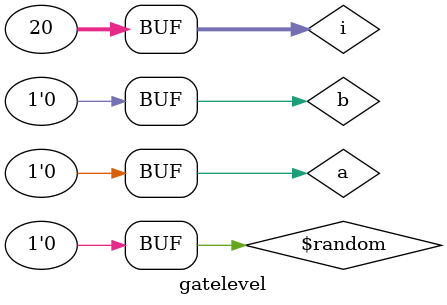
<source format=v>
module gatelevel();
    //input
    reg a;
    reg b;
    // output
    wire c;
    wire d;
    wire e;

    gates uut (
        .a_input(a),
        .b_input(b),
        .c_and(c),
        .d_or(d),
        .e_xor(e)        
    );

    integer i;

    initial begin
        a = 0;
        b = 0;
    end

    initial begin
        for (i=0; i<20; i=i+1) begin
            #1 a <= $random;
            b <= $random;
        end
    end

    initial begin
        // #200 $finish();
        $monitor("t=%0t, a=%0b, c=%0b, c(and)=%0b, d(or)=%0b, e(xor)=%0b \n", $time, a, b, c, d, e);
        $dumpfile("gatelevel.vcd");
        $dumpvars(0, gatelevel);
    end

endmodule // gate
</source>
